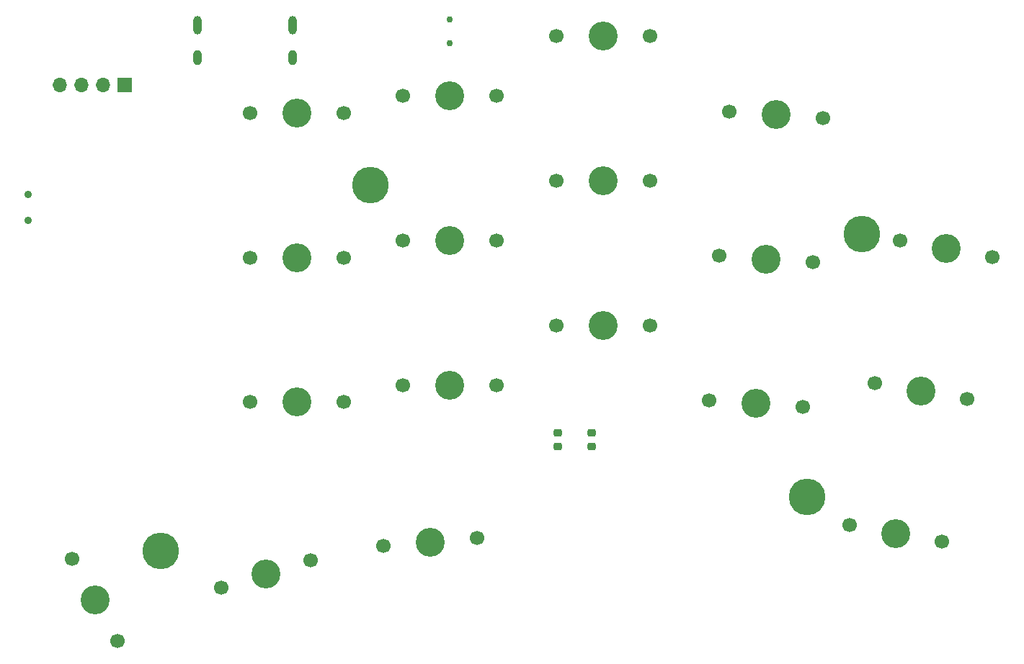
<source format=gts>
G04 #@! TF.GenerationSoftware,KiCad,Pcbnew,8.0.4*
G04 #@! TF.CreationDate,2024-10-20T02:46:56-03:00*
G04 #@! TF.ProjectId,carpo_right,63617270-6f5f-4726-9967-68742e6b6963,rev?*
G04 #@! TF.SameCoordinates,PX7b6f01cPY41b54a0*
G04 #@! TF.FileFunction,Soldermask,Top*
G04 #@! TF.FilePolarity,Negative*
%FSLAX46Y46*%
G04 Gerber Fmt 4.6, Leading zero omitted, Abs format (unit mm)*
G04 Created by KiCad (PCBNEW 8.0.4) date 2024-10-20 02:46:56*
%MOMM*%
%LPD*%
G01*
G04 APERTURE LIST*
G04 Aperture macros list*
%AMRoundRect*
0 Rectangle with rounded corners*
0 $1 Rounding radius*
0 $2 $3 $4 $5 $6 $7 $8 $9 X,Y pos of 4 corners*
0 Add a 4 corners polygon primitive as box body*
4,1,4,$2,$3,$4,$5,$6,$7,$8,$9,$2,$3,0*
0 Add four circle primitives for the rounded corners*
1,1,$1+$1,$2,$3*
1,1,$1+$1,$4,$5*
1,1,$1+$1,$6,$7*
1,1,$1+$1,$8,$9*
0 Add four rect primitives between the rounded corners*
20,1,$1+$1,$2,$3,$4,$5,0*
20,1,$1+$1,$4,$5,$6,$7,0*
20,1,$1+$1,$6,$7,$8,$9,0*
20,1,$1+$1,$8,$9,$2,$3,0*%
G04 Aperture macros list end*
%ADD10RoundRect,0.218750X0.256250X-0.218750X0.256250X0.218750X-0.256250X0.218750X-0.256250X-0.218750X0*%
%ADD11R,1.700000X1.700000*%
%ADD12O,1.700000X1.700000*%
%ADD13C,4.300000*%
%ADD14C,1.700000*%
%ADD15C,3.400000*%
%ADD16C,0.750000*%
%ADD17C,0.900000*%
%ADD18O,1.000000X1.800000*%
%ADD19O,1.000000X2.200000*%
G04 APERTURE END LIST*
D10*
X30700000Y-39187500D03*
X30700000Y-37612500D03*
D11*
X-20220000Y3250000D03*
D12*
X-22760000Y3250000D03*
X-25300000Y3250000D03*
X-27840000Y3250000D03*
D13*
X66415523Y-14218956D03*
X8645485Y-8499999D03*
X-15977165Y-51506206D03*
D10*
X34700000Y-39187500D03*
X34700000Y-37612500D03*
D13*
X59947564Y-45141804D03*
D14*
X23500000Y-32000000D03*
D15*
X18000000Y-32000000D03*
D14*
X12500000Y-32000000D03*
X5500000Y0D03*
D15*
X0Y0D03*
D14*
X-5500000Y0D03*
X5500000Y-34000000D03*
D15*
X0Y-34000000D03*
D14*
X-5500000Y-34000000D03*
X61834950Y-614997D03*
D15*
X56348348Y-231336D03*
D14*
X50861746Y152325D03*
X78777265Y-33660917D03*
D15*
X73360822Y-32705852D03*
D14*
X67944379Y-31750787D03*
X21197063Y-49965363D03*
D15*
X15717992Y-50444720D03*
D14*
X10238921Y-50924077D03*
X23500000Y1999999D03*
D15*
X18000000Y1999999D03*
D14*
X12500000Y1999999D03*
X59463230Y-34532174D03*
D15*
X53976628Y-34148513D03*
D14*
X48490026Y-33764852D03*
X-21033166Y-62083391D03*
D15*
X-23699619Y-57272983D03*
D14*
X-26366072Y-52462575D03*
X23500000Y-15000000D03*
D15*
X18000000Y-15000000D03*
D14*
X12500000Y-15000000D03*
D16*
X18000000Y8215000D03*
X18000000Y10965000D03*
D14*
X75825246Y-50402649D03*
D15*
X70408803Y-49447584D03*
D14*
X64992360Y-48492519D03*
D17*
X-31530000Y-12600000D03*
X-31530000Y-9600000D03*
D14*
X41500000Y-8000000D03*
D15*
X36000000Y-8000000D03*
D14*
X30500000Y-8000000D03*
X1660838Y-52591488D03*
D15*
X-3598838Y-54199532D03*
D14*
X-8858514Y-55807576D03*
X41500000Y9000000D03*
D15*
X36000000Y9000000D03*
D14*
X30500000Y9000000D03*
D18*
X-491700Y6503000D03*
D19*
X-491700Y10303000D03*
X-11642300Y10303000D03*
D18*
X-11642600Y6503000D03*
D14*
X60649090Y-17573585D03*
D15*
X55162488Y-17189924D03*
D14*
X49675886Y-16806263D03*
X41500000Y-25000000D03*
D15*
X36000000Y-25000000D03*
D14*
X30500000Y-25000000D03*
X5500000Y-17000000D03*
D15*
X0Y-17000000D03*
D14*
X-5500000Y-17000000D03*
X81729284Y-16919185D03*
D15*
X76312841Y-15964120D03*
D14*
X70896398Y-15009055D03*
M02*

</source>
